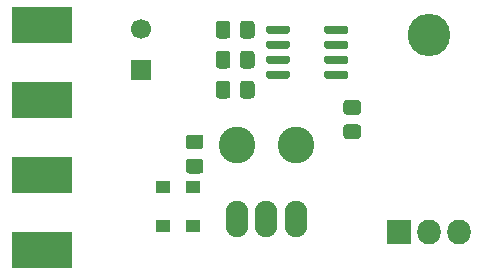
<source format=gbr>
%TF.GenerationSoftware,KiCad,Pcbnew,(5.1.6)-1*%
%TF.CreationDate,2021-04-07T17:53:43+02:00*%
%TF.ProjectId,led_dimmer,6c65645f-6469-46d6-9d65-722e6b696361,rev?*%
%TF.SameCoordinates,Original*%
%TF.FileFunction,Soldermask,Top*%
%TF.FilePolarity,Negative*%
%FSLAX46Y46*%
G04 Gerber Fmt 4.6, Leading zero omitted, Abs format (unit mm)*
G04 Created by KiCad (PCBNEW (5.1.6)-1) date 2021-04-07 17:53:43*
%MOMM*%
%LPD*%
G01*
G04 APERTURE LIST*
%ADD10R,1.700000X1.700000*%
%ADD11C,1.700000*%
%ADD12R,1.300000X1.000000*%
%ADD13R,5.100000X3.100000*%
%ADD14O,3.600000X3.600000*%
%ADD15R,2.005000X2.100000*%
%ADD16O,2.005000X2.100000*%
%ADD17C,3.100000*%
%ADD18O,1.900000X3.100000*%
G04 APERTURE END LIST*
%TO.C,U1*%
G36*
G01*
X76779000Y-150066000D02*
X76779000Y-150416000D01*
G75*
G02*
X76604000Y-150591000I-175000J0D01*
G01*
X74904000Y-150591000D01*
G75*
G02*
X74729000Y-150416000I0J175000D01*
G01*
X74729000Y-150066000D01*
G75*
G02*
X74904000Y-149891000I175000J0D01*
G01*
X76604000Y-149891000D01*
G75*
G02*
X76779000Y-150066000I0J-175000D01*
G01*
G37*
G36*
G01*
X76779000Y-148796000D02*
X76779000Y-149146000D01*
G75*
G02*
X76604000Y-149321000I-175000J0D01*
G01*
X74904000Y-149321000D01*
G75*
G02*
X74729000Y-149146000I0J175000D01*
G01*
X74729000Y-148796000D01*
G75*
G02*
X74904000Y-148621000I175000J0D01*
G01*
X76604000Y-148621000D01*
G75*
G02*
X76779000Y-148796000I0J-175000D01*
G01*
G37*
G36*
G01*
X76779000Y-147526000D02*
X76779000Y-147876000D01*
G75*
G02*
X76604000Y-148051000I-175000J0D01*
G01*
X74904000Y-148051000D01*
G75*
G02*
X74729000Y-147876000I0J175000D01*
G01*
X74729000Y-147526000D01*
G75*
G02*
X74904000Y-147351000I175000J0D01*
G01*
X76604000Y-147351000D01*
G75*
G02*
X76779000Y-147526000I0J-175000D01*
G01*
G37*
G36*
G01*
X76779000Y-146256000D02*
X76779000Y-146606000D01*
G75*
G02*
X76604000Y-146781000I-175000J0D01*
G01*
X74904000Y-146781000D01*
G75*
G02*
X74729000Y-146606000I0J175000D01*
G01*
X74729000Y-146256000D01*
G75*
G02*
X74904000Y-146081000I175000J0D01*
G01*
X76604000Y-146081000D01*
G75*
G02*
X76779000Y-146256000I0J-175000D01*
G01*
G37*
G36*
G01*
X71829000Y-146256000D02*
X71829000Y-146606000D01*
G75*
G02*
X71654000Y-146781000I-175000J0D01*
G01*
X69954000Y-146781000D01*
G75*
G02*
X69779000Y-146606000I0J175000D01*
G01*
X69779000Y-146256000D01*
G75*
G02*
X69954000Y-146081000I175000J0D01*
G01*
X71654000Y-146081000D01*
G75*
G02*
X71829000Y-146256000I0J-175000D01*
G01*
G37*
G36*
G01*
X71829000Y-147526000D02*
X71829000Y-147876000D01*
G75*
G02*
X71654000Y-148051000I-175000J0D01*
G01*
X69954000Y-148051000D01*
G75*
G02*
X69779000Y-147876000I0J175000D01*
G01*
X69779000Y-147526000D01*
G75*
G02*
X69954000Y-147351000I175000J0D01*
G01*
X71654000Y-147351000D01*
G75*
G02*
X71829000Y-147526000I0J-175000D01*
G01*
G37*
G36*
G01*
X71829000Y-148796000D02*
X71829000Y-149146000D01*
G75*
G02*
X71654000Y-149321000I-175000J0D01*
G01*
X69954000Y-149321000D01*
G75*
G02*
X69779000Y-149146000I0J175000D01*
G01*
X69779000Y-148796000D01*
G75*
G02*
X69954000Y-148621000I175000J0D01*
G01*
X71654000Y-148621000D01*
G75*
G02*
X71829000Y-148796000I0J-175000D01*
G01*
G37*
G36*
G01*
X71829000Y-150066000D02*
X71829000Y-150416000D01*
G75*
G02*
X71654000Y-150591000I-175000J0D01*
G01*
X69954000Y-150591000D01*
G75*
G02*
X69779000Y-150416000I0J175000D01*
G01*
X69779000Y-150066000D01*
G75*
G02*
X69954000Y-149891000I175000J0D01*
G01*
X71654000Y-149891000D01*
G75*
G02*
X71829000Y-150066000I0J-175000D01*
G01*
G37*
%TD*%
D10*
%TO.C,C1*%
X59182000Y-149860000D03*
D11*
X59182000Y-146360000D03*
%TD*%
%TO.C,C2*%
G36*
G01*
X68842000Y-151032738D02*
X68842000Y-151989262D01*
G75*
G02*
X68570262Y-152261000I-271738J0D01*
G01*
X67863738Y-152261000D01*
G75*
G02*
X67592000Y-151989262I0J271738D01*
G01*
X67592000Y-151032738D01*
G75*
G02*
X67863738Y-150761000I271738J0D01*
G01*
X68570262Y-150761000D01*
G75*
G02*
X68842000Y-151032738I0J-271738D01*
G01*
G37*
G36*
G01*
X66792000Y-151032738D02*
X66792000Y-151989262D01*
G75*
G02*
X66520262Y-152261000I-271738J0D01*
G01*
X65813738Y-152261000D01*
G75*
G02*
X65542000Y-151989262I0J271738D01*
G01*
X65542000Y-151032738D01*
G75*
G02*
X65813738Y-150761000I271738J0D01*
G01*
X66520262Y-150761000D01*
G75*
G02*
X66792000Y-151032738I0J-271738D01*
G01*
G37*
%TD*%
%TO.C,C3*%
G36*
G01*
X66792000Y-145952738D02*
X66792000Y-146909262D01*
G75*
G02*
X66520262Y-147181000I-271738J0D01*
G01*
X65813738Y-147181000D01*
G75*
G02*
X65542000Y-146909262I0J271738D01*
G01*
X65542000Y-145952738D01*
G75*
G02*
X65813738Y-145681000I271738J0D01*
G01*
X66520262Y-145681000D01*
G75*
G02*
X66792000Y-145952738I0J-271738D01*
G01*
G37*
G36*
G01*
X68842000Y-145952738D02*
X68842000Y-146909262D01*
G75*
G02*
X68570262Y-147181000I-271738J0D01*
G01*
X67863738Y-147181000D01*
G75*
G02*
X67592000Y-146909262I0J271738D01*
G01*
X67592000Y-145952738D01*
G75*
G02*
X67863738Y-145681000I271738J0D01*
G01*
X68570262Y-145681000D01*
G75*
G02*
X68842000Y-145952738I0J-271738D01*
G01*
G37*
%TD*%
%TO.C,C4*%
G36*
G01*
X68842000Y-148492738D02*
X68842000Y-149449262D01*
G75*
G02*
X68570262Y-149721000I-271738J0D01*
G01*
X67863738Y-149721000D01*
G75*
G02*
X67592000Y-149449262I0J271738D01*
G01*
X67592000Y-148492738D01*
G75*
G02*
X67863738Y-148221000I271738J0D01*
G01*
X68570262Y-148221000D01*
G75*
G02*
X68842000Y-148492738I0J-271738D01*
G01*
G37*
G36*
G01*
X66792000Y-148492738D02*
X66792000Y-149449262D01*
G75*
G02*
X66520262Y-149721000I-271738J0D01*
G01*
X65813738Y-149721000D01*
G75*
G02*
X65542000Y-149449262I0J271738D01*
G01*
X65542000Y-148492738D01*
G75*
G02*
X65813738Y-148221000I271738J0D01*
G01*
X66520262Y-148221000D01*
G75*
G02*
X66792000Y-148492738I0J-271738D01*
G01*
G37*
%TD*%
D12*
%TO.C,D1*%
X61087000Y-159768000D03*
X61087000Y-163068000D03*
%TD*%
%TO.C,D2*%
X63627000Y-159768000D03*
X63627000Y-163068000D03*
%TD*%
D13*
%TO.C,+12V*%
X50800000Y-152400000D03*
%TD*%
%TO.C,GND*%
X50800000Y-146050000D03*
%TD*%
%TO.C,LED+*%
X50800000Y-158750000D03*
%TD*%
%TO.C,LED-*%
X50800000Y-165100000D03*
%TD*%
D14*
%TO.C,Q1*%
X83566000Y-146916000D03*
D15*
X81026000Y-163576000D03*
D16*
X83566000Y-163576000D03*
X86106000Y-163576000D03*
%TD*%
%TO.C,R1*%
G36*
G01*
X77567262Y-153642000D02*
X76610738Y-153642000D01*
G75*
G02*
X76339000Y-153370262I0J271738D01*
G01*
X76339000Y-152663738D01*
G75*
G02*
X76610738Y-152392000I271738J0D01*
G01*
X77567262Y-152392000D01*
G75*
G02*
X77839000Y-152663738I0J-271738D01*
G01*
X77839000Y-153370262D01*
G75*
G02*
X77567262Y-153642000I-271738J0D01*
G01*
G37*
G36*
G01*
X77567262Y-155692000D02*
X76610738Y-155692000D01*
G75*
G02*
X76339000Y-155420262I0J271738D01*
G01*
X76339000Y-154713738D01*
G75*
G02*
X76610738Y-154442000I271738J0D01*
G01*
X77567262Y-154442000D01*
G75*
G02*
X77839000Y-154713738I0J-271738D01*
G01*
X77839000Y-155420262D01*
G75*
G02*
X77567262Y-155692000I-271738J0D01*
G01*
G37*
%TD*%
%TO.C,R2*%
G36*
G01*
X63275738Y-155313000D02*
X64232262Y-155313000D01*
G75*
G02*
X64504000Y-155584738I0J-271738D01*
G01*
X64504000Y-156291262D01*
G75*
G02*
X64232262Y-156563000I-271738J0D01*
G01*
X63275738Y-156563000D01*
G75*
G02*
X63004000Y-156291262I0J271738D01*
G01*
X63004000Y-155584738D01*
G75*
G02*
X63275738Y-155313000I271738J0D01*
G01*
G37*
G36*
G01*
X63275738Y-157363000D02*
X64232262Y-157363000D01*
G75*
G02*
X64504000Y-157634738I0J-271738D01*
G01*
X64504000Y-158341262D01*
G75*
G02*
X64232262Y-158613000I-271738J0D01*
G01*
X63275738Y-158613000D01*
G75*
G02*
X63004000Y-158341262I0J271738D01*
G01*
X63004000Y-157634738D01*
G75*
G02*
X63275738Y-157363000I271738J0D01*
G01*
G37*
%TD*%
D17*
%TO.C,U2*%
X67310000Y-156210000D03*
X72310000Y-156210000D03*
D18*
X67310000Y-162460000D03*
X69810000Y-162460000D03*
X72310000Y-162460000D03*
%TD*%
M02*

</source>
